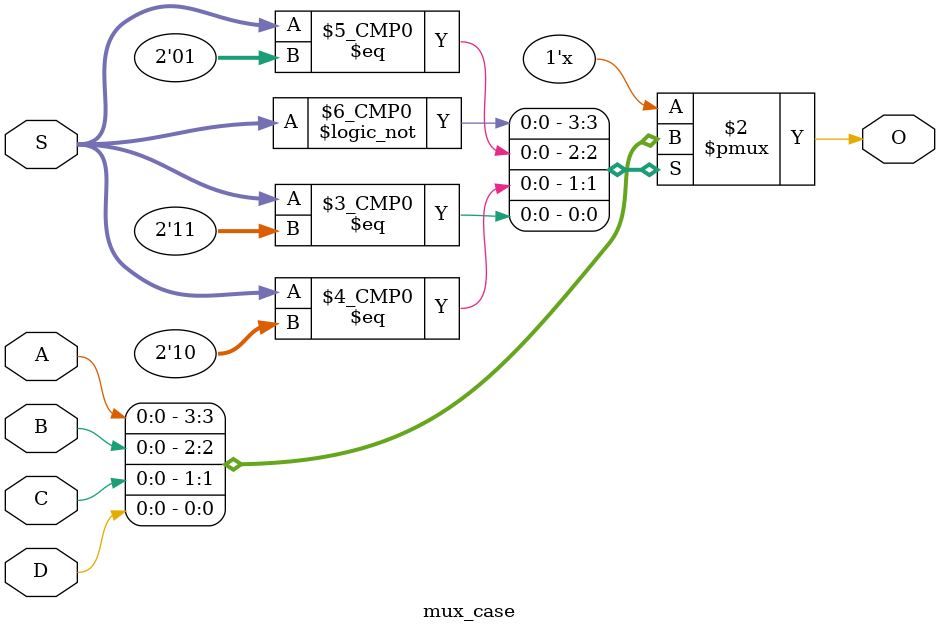
<source format=v>
module mux_case (input A, input B, input C, input D, input [1:0] S, output reg O);

reg [3:0] L;
wire [2:0] M;

    always @(*)
        case (S)
            2'b00: O <= A;
            2'b01: O <= B;
            2'b10: O <= C;
            2'b11: O <= D;
            default: O <= 0;
        endcase
endmodule
</source>
